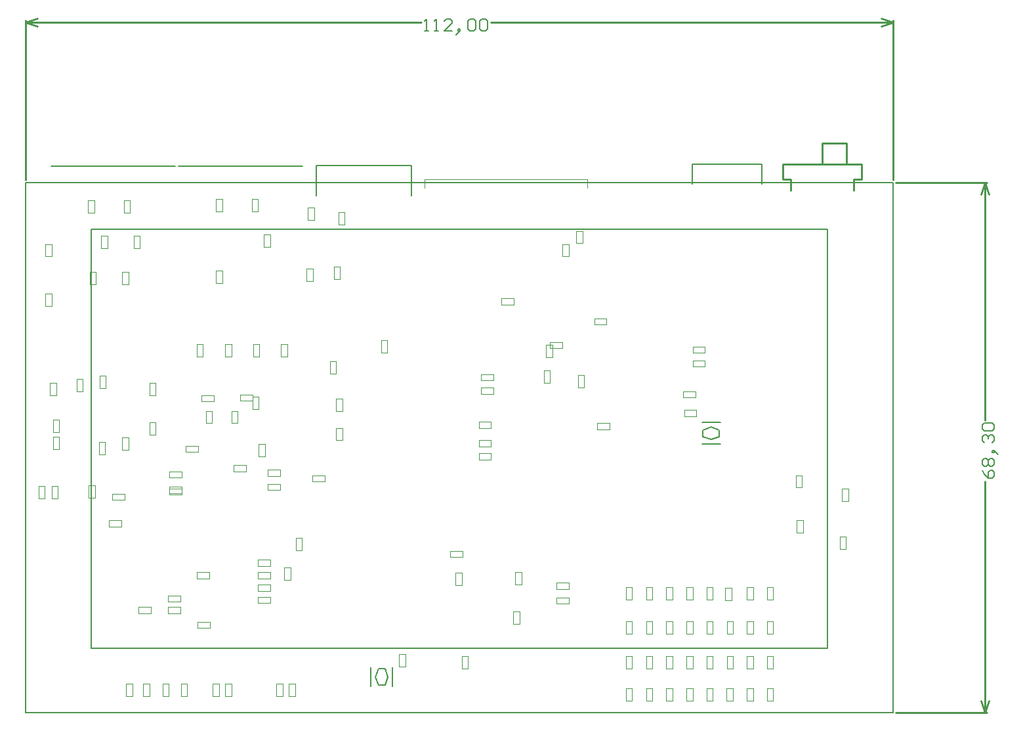
<source format=gm1>
G04 Layer_Color=16711935*
%FSLAX44Y44*%
%MOMM*%
G71*
G01*
G75*
%ADD52C,0.1500*%
%ADD56C,0.2000*%
%ADD62C,0.1000*%
%ADD65C,0.2540*%
%ADD180C,0.1524*%
D52*
X1385000Y677000D02*
Y1360000D01*
X265000D02*
X1385000D01*
X350000Y760000D02*
Y1300000D01*
X1300000Y760090D02*
Y1300090D01*
X350000Y760090D02*
X1300000D01*
X350000Y1300000D02*
X1300000D01*
X265000Y677000D02*
X1385000D01*
X265000Y677000D02*
Y1360000D01*
X298250Y1381000D02*
X458250D01*
X462750D02*
X622750D01*
X1125430Y1383910D02*
X1215430D01*
X1125430Y1358910D02*
Y1383910D01*
X1215430Y1358910D02*
Y1383910D01*
D56*
X1160600Y1033000D02*
Y1041000D01*
X1150000Y1029000D02*
X1160600Y1033000D01*
X1150000Y1045000D02*
X1160600Y1041000D01*
X1139400D02*
X1150000Y1045000D01*
X1139400Y1033000D02*
Y1041000D01*
X1138000Y1023000D02*
X1162000D01*
X1138000Y1051000D02*
X1162000D01*
X1139400Y1033000D02*
Y1041000D01*
X1150000Y1045000D01*
X1139400Y1033000D02*
X1150000Y1029000D01*
Y1045000D02*
X1160600Y1041000D01*
X1150000Y1029000D02*
X1160600Y1033000D01*
Y1041000D01*
X721000Y712400D02*
X729000D01*
X717000Y723000D02*
X721000Y712400D01*
X729000D02*
X733000Y723000D01*
X717000D02*
X721000Y733600D01*
X729000D02*
X733000Y723000D01*
X721000Y733600D02*
X729000D01*
X739000Y711000D02*
Y735000D01*
X711000Y711000D02*
Y735000D01*
X721000Y733600D02*
X729000D01*
X733000Y723000D01*
X729000Y712400D02*
X733000Y723000D01*
X717000D02*
X721000Y712400D01*
X729000D01*
D62*
X897300Y841800D02*
Y857800D01*
X905300Y841800D02*
Y857800D01*
X897300D02*
X905300D01*
X897300Y841800D02*
X905300D01*
X820100Y841600D02*
Y857600D01*
X828100Y841600D02*
Y857600D01*
X820100D02*
X828100D01*
X820100Y841600D02*
X828100D01*
X853000Y1105000D02*
Y1113000D01*
X869000Y1105000D02*
Y1113000D01*
X853000Y1105000D02*
X869000D01*
X853000Y1113000D02*
X869000D01*
X853000Y1088000D02*
Y1096000D01*
X869000Y1088000D02*
Y1096000D01*
X853000Y1088000D02*
X869000D01*
X853000Y1096000D02*
X869000D01*
X934000Y1118000D02*
X942000D01*
X934000Y1102000D02*
X942000D01*
X934000D02*
Y1118000D01*
X942000Y1102000D02*
Y1118000D01*
X966300Y836500D02*
Y844500D01*
X950300Y836500D02*
Y844500D01*
Y836500D02*
X966300D01*
X950300Y844500D02*
X966300D01*
X894800Y791400D02*
X902800D01*
X894800Y807400D02*
X902800D01*
Y791400D02*
Y807400D01*
X894800Y791400D02*
Y807400D01*
X836250Y733750D02*
Y749750D01*
X828250Y733750D02*
Y749750D01*
X836250D01*
X828250Y733750D02*
X836250D01*
X451000Y980000D02*
Y988000D01*
X467000Y980000D02*
Y988000D01*
X451000D02*
X467000D01*
X451000Y980000D02*
X467000D01*
X534000Y988000D02*
Y996000D01*
X550000Y988000D02*
Y996000D01*
X534000D02*
X550000D01*
X534000Y988000D02*
X550000D01*
X978000Y1112000D02*
X986000D01*
X978000Y1096000D02*
X986000D01*
X978000D02*
Y1112000D01*
X986000Y1096000D02*
Y1112000D01*
X663250Y1252000D02*
X671250D01*
X663250Y1236000D02*
X671250D01*
X663250D02*
Y1252000D01*
X671250Y1236000D02*
Y1252000D01*
X566000Y1023000D02*
X574000D01*
X566000Y1007000D02*
X574000D01*
X566000D02*
Y1023000D01*
X574000Y1007000D02*
Y1023000D01*
X666000Y1044000D02*
X674000D01*
X666000Y1028000D02*
X674000D01*
X666000D02*
Y1044000D01*
X674000Y1028000D02*
Y1044000D01*
X472000Y1013000D02*
Y1021000D01*
X488000Y1013000D02*
Y1021000D01*
X472000D02*
X488000D01*
X472000Y1013000D02*
X488000D01*
X492000Y1078000D02*
Y1086000D01*
X508000Y1078000D02*
Y1086000D01*
X492000Y1078000D02*
X508000D01*
X492000Y1086000D02*
X508000D01*
X498000Y1050000D02*
X506000D01*
X498000Y1066000D02*
X506000D01*
Y1050000D02*
Y1066000D01*
X498000Y1050000D02*
Y1066000D01*
X531000Y1050000D02*
X539000D01*
X531000Y1066000D02*
X539000D01*
Y1050000D02*
Y1066000D01*
X531000Y1050000D02*
Y1066000D01*
X466000Y698000D02*
Y714000D01*
X474000Y698000D02*
Y714000D01*
X466000D02*
X474000D01*
X466000Y698000D02*
X474000D01*
X442000Y698000D02*
Y714000D01*
X450000Y698000D02*
Y714000D01*
X442000D02*
X450000D01*
X442000Y698000D02*
X450000D01*
X417000Y714000D02*
X425000D01*
X417000Y698000D02*
X425000D01*
X417000D02*
Y714000D01*
X425000Y698000D02*
Y714000D01*
X395000D02*
X403000D01*
X395000Y698000D02*
X403000D01*
X395000D02*
Y714000D01*
X403000Y698000D02*
Y714000D01*
X628000Y1233500D02*
X636000D01*
X628000Y1249500D02*
X636000D01*
Y1233500D02*
Y1249500D01*
X628000Y1233500D02*
Y1249500D01*
X629434Y1311907D02*
X637434D01*
X629434Y1327907D02*
X637434D01*
Y1311907D02*
Y1327907D01*
X629434Y1311907D02*
Y1327907D01*
X999000Y1177000D02*
Y1185000D01*
X1015000Y1177000D02*
Y1185000D01*
X999000D02*
X1015000D01*
X999000Y1177000D02*
X1015000D01*
X937000Y1135000D02*
X945000D01*
X937000Y1151000D02*
X945000D01*
Y1135000D02*
Y1151000D01*
X937000Y1135000D02*
Y1151000D01*
X976000Y1282000D02*
X984000D01*
X976000Y1298000D02*
X984000D01*
Y1282000D02*
Y1298000D01*
X976000Y1282000D02*
Y1298000D01*
X724000Y1157000D02*
X732000D01*
X724000Y1141000D02*
X732000D01*
X724000D02*
Y1157000D01*
X732000Y1141000D02*
Y1157000D01*
X658000Y1114000D02*
X666000D01*
X658000Y1130000D02*
X666000D01*
Y1114000D02*
Y1130000D01*
X658000Y1114000D02*
Y1130000D01*
X558000Y1079000D02*
Y1087000D01*
X542000Y1079000D02*
Y1087000D01*
X558000D01*
X542000Y1079000D02*
X558000D01*
X300500Y1032250D02*
X308500D01*
X300500Y1016250D02*
X308500D01*
X300500D02*
Y1032250D01*
X308500Y1016250D02*
Y1032250D01*
X425000Y1051000D02*
X433000D01*
X425000Y1035000D02*
X433000D01*
Y1051000D01*
X425000Y1035000D02*
Y1051000D01*
X331000Y1091000D02*
X339000D01*
X331000Y1107000D02*
X339000D01*
Y1091000D02*
Y1107000D01*
X331000Y1091000D02*
Y1107000D01*
X348000Y1245000D02*
X356000D01*
X348000Y1229000D02*
X356000D01*
X348000D02*
Y1245000D01*
X356000Y1229000D02*
Y1245000D01*
X405000Y1292000D02*
X413000D01*
X405000Y1276000D02*
X413000D01*
X405000D02*
Y1292000D01*
X413000Y1276000D02*
Y1292000D01*
X390000Y1245000D02*
X398000D01*
X390000Y1229000D02*
X398000D01*
X390000D02*
Y1245000D01*
X398000Y1229000D02*
Y1245000D01*
X392000Y1337000D02*
X400000D01*
X392000Y1321000D02*
X400000D01*
X392000D02*
Y1337000D01*
X400000Y1321000D02*
Y1337000D01*
X361000Y1095000D02*
X369000D01*
X361000Y1111000D02*
X369000D01*
Y1095000D02*
Y1111000D01*
X361000Y1095000D02*
Y1111000D01*
X291000Y1201000D02*
X299000D01*
X291000Y1217000D02*
X299000D01*
Y1201000D02*
Y1217000D01*
X291000Y1201000D02*
Y1217000D01*
X360000Y1010000D02*
X368000D01*
X360000Y1026000D02*
X368000D01*
Y1010000D02*
Y1026000D01*
X360000Y1010000D02*
Y1026000D01*
X282000Y953000D02*
X290000D01*
X282000Y969000D02*
X290000D01*
Y953000D02*
Y969000D01*
X282000Y953000D02*
Y969000D01*
X299000Y953000D02*
X307000D01*
X299000Y969000D02*
X307000D01*
Y953000D02*
Y969000D01*
X299000Y953000D02*
Y969000D01*
X363000Y1276000D02*
X371000D01*
X363000Y1292000D02*
X371000D01*
Y1276000D02*
Y1292000D01*
X363000Y1276000D02*
Y1292000D01*
X291000Y1265000D02*
X299000D01*
X291000Y1281000D02*
X299000D01*
Y1265000D02*
Y1281000D01*
X291000Y1265000D02*
Y1281000D01*
X346000Y1321000D02*
X354000D01*
X346000Y1337000D02*
X354000D01*
Y1321000D02*
Y1337000D01*
X346000Y1321000D02*
Y1337000D01*
X297000Y1086000D02*
X305000D01*
X297000Y1102000D02*
X305000D01*
X297000Y1086000D02*
Y1102000D01*
X305000Y1086000D02*
Y1102000D01*
X425000Y1086000D02*
X433000D01*
X425000Y1102000D02*
X433000D01*
X425000Y1086000D02*
Y1102000D01*
X433000Y1086000D02*
Y1102000D01*
X300500Y1054500D02*
X308500D01*
X300500Y1038500D02*
X308500D01*
Y1054500D01*
X300500Y1038500D02*
Y1054500D01*
X347000Y954000D02*
X355000D01*
X347000Y970000D02*
X355000D01*
Y954000D02*
Y970000D01*
X347000Y954000D02*
Y970000D01*
X390000Y1016000D02*
X398000D01*
X390000Y1032000D02*
X398000D01*
Y1016000D02*
Y1032000D01*
X390000Y1016000D02*
Y1032000D01*
X425000Y1086000D02*
X433000D01*
X425000Y1102000D02*
X433000D01*
Y1086000D02*
Y1102000D01*
X425000Y1086000D02*
Y1102000D01*
X511000Y1323000D02*
X519000D01*
X511000Y1339000D02*
X519000D01*
Y1323000D02*
Y1339000D01*
X511000Y1323000D02*
Y1339000D01*
X557000Y1323000D02*
X565000D01*
X557000Y1339000D02*
X565000D01*
Y1323000D02*
Y1339000D01*
X557000Y1323000D02*
Y1339000D01*
X573000Y1293000D02*
X581000D01*
X573000Y1277000D02*
X581000D01*
X573000D02*
Y1293000D01*
X581000Y1277000D02*
Y1293000D01*
X511000Y1247000D02*
X519000D01*
X511000Y1231000D02*
X519000D01*
X511000D02*
Y1247000D01*
X519000Y1231000D02*
Y1247000D01*
X559000Y1136000D02*
X567000D01*
X559000Y1152000D02*
X567000D01*
Y1136000D02*
Y1152000D01*
X559000Y1136000D02*
Y1152000D01*
X523000Y1152000D02*
X531000D01*
X523000Y1136000D02*
X531000D01*
X523000D02*
Y1152000D01*
X531000Y1136000D02*
Y1152000D01*
X486000Y1136000D02*
X494000D01*
X486000Y1152000D02*
X494000D01*
Y1136000D02*
Y1152000D01*
X486000Y1136000D02*
Y1152000D01*
X595000Y1152000D02*
X603000D01*
X595000Y1136000D02*
X603000D01*
X595000D02*
Y1152000D01*
X603000Y1136000D02*
Y1152000D01*
X879000Y1203000D02*
Y1211000D01*
X895000Y1203000D02*
Y1211000D01*
X879000Y1203000D02*
X895000D01*
X879000Y1211000D02*
X895000D01*
X958000Y1281000D02*
X966000D01*
X958000Y1265000D02*
X966000D01*
X958000D02*
Y1281000D01*
X966000Y1265000D02*
Y1281000D01*
X669000Y1306000D02*
X677000D01*
X669000Y1322000D02*
X677000D01*
Y1306000D02*
Y1322000D01*
X669000Y1306000D02*
Y1322000D01*
X666000Y1066000D02*
X674000D01*
X666000Y1082000D02*
X674000D01*
Y1066000D02*
Y1082000D01*
X666000Y1066000D02*
Y1082000D01*
X558000Y1084000D02*
X566000D01*
X558000Y1068000D02*
X566000D01*
Y1084000D01*
X558000Y1068000D02*
Y1084000D01*
X565000Y874000D02*
X581000D01*
X565000Y866000D02*
X581000D01*
Y874000D01*
X565000Y866000D02*
Y874000D01*
Y858000D02*
X581000D01*
X565000Y850000D02*
X581000D01*
Y858000D01*
X565000Y850000D02*
Y858000D01*
Y842000D02*
X581000D01*
X565000Y834000D02*
X581000D01*
Y842000D01*
X565000Y834000D02*
Y842000D01*
Y826000D02*
X581000D01*
X565000Y818000D02*
X581000D01*
Y826000D01*
X565000Y818000D02*
Y826000D01*
X377000Y959000D02*
X393000D01*
X377000Y951000D02*
X393000D01*
Y959000D01*
X377000Y951000D02*
Y959000D01*
X373000Y925000D02*
X389000D01*
X373000Y917000D02*
X389000D01*
Y925000D01*
X373000Y917000D02*
Y925000D01*
X487000Y786000D02*
X503000D01*
X487000Y794000D02*
X503000D01*
X487000Y786000D02*
Y794000D01*
X503000Y786000D02*
Y794000D01*
X486000Y858000D02*
X502000D01*
X486000Y850000D02*
X502000D01*
X486000D02*
Y858000D01*
X502000Y850000D02*
Y858000D01*
X451000Y966000D02*
X467000D01*
X451000Y958000D02*
X467000D01*
X451000D02*
Y966000D01*
X467000Y958000D02*
Y966000D01*
X451000Y968000D02*
X467000D01*
X451000Y960000D02*
X467000D01*
Y968000D01*
X451000Y960000D02*
Y968000D01*
X578000Y990000D02*
X594000D01*
X578000Y982000D02*
X594000D01*
X578000D02*
Y990000D01*
X594000Y982000D02*
Y990000D01*
X578000Y972000D02*
X594000D01*
X578000Y964000D02*
X594000D01*
X578000D02*
Y972000D01*
X594000Y964000D02*
Y972000D01*
X449000Y813000D02*
X465000D01*
X449000Y805000D02*
X465000D01*
X449000D02*
Y813000D01*
X465000Y805000D02*
Y813000D01*
X449000Y805000D02*
X465000D01*
X449000Y813000D02*
X465000D01*
X449000Y805000D02*
Y813000D01*
X465000Y805000D02*
Y813000D01*
X411000Y805000D02*
X427000D01*
X411000Y813000D02*
X427000D01*
X411000Y805000D02*
Y813000D01*
X427000Y805000D02*
Y813000D01*
X449000Y820000D02*
X465000D01*
X449000Y828000D02*
X465000D01*
X449000Y820000D02*
Y828000D01*
X465000Y820000D02*
Y828000D01*
X614000Y886000D02*
Y902000D01*
X622000Y886000D02*
Y902000D01*
X614000Y886000D02*
X622000D01*
X614000Y902000D02*
X622000D01*
X599000Y848000D02*
Y864000D01*
X607000Y848000D02*
Y864000D01*
X599000D02*
X607000D01*
X599000Y848000D02*
X607000D01*
X578000Y982000D02*
X594000D01*
X578000Y990000D02*
X594000D01*
X578000Y982000D02*
Y990000D01*
X594000Y982000D02*
Y990000D01*
X578000Y964000D02*
X594000D01*
X578000Y972000D02*
X594000D01*
X578000Y964000D02*
Y972000D01*
X594000Y964000D02*
Y972000D01*
X1003000Y1042000D02*
Y1050000D01*
X1019000Y1042000D02*
Y1050000D01*
X1003000Y1042000D02*
X1019000D01*
X1003000Y1050000D02*
X1019000D01*
X957750Y1146500D02*
Y1154500D01*
X941750Y1146500D02*
Y1154500D01*
Y1146500D02*
X957750D01*
X941750Y1154500D02*
X957750D01*
X1142000Y1123000D02*
Y1131000D01*
X1126000Y1123000D02*
Y1131000D01*
X1142000D01*
X1126000Y1123000D02*
X1142000D01*
Y1141000D02*
Y1149000D01*
X1126000Y1141000D02*
Y1149000D01*
X1142000D01*
X1126000Y1141000D02*
X1142000D01*
X1230000Y734000D02*
Y750000D01*
X1222000Y734000D02*
Y750000D01*
Y734000D02*
X1230000D01*
X1222000Y750000D02*
X1230000D01*
X1221973Y692000D02*
Y708000D01*
X1229974Y692000D02*
Y708000D01*
X1221973D02*
X1229974D01*
X1221973Y692000D02*
X1229974D01*
X1204000Y823000D02*
Y839000D01*
X1196000Y823000D02*
Y839000D01*
Y823000D02*
X1204000D01*
X1196000Y839000D02*
X1204000D01*
X1195973Y692000D02*
Y708000D01*
X1203973Y692000D02*
Y708000D01*
X1195973D02*
X1203973D01*
X1195973Y692000D02*
X1203973D01*
X1178000Y734000D02*
Y750000D01*
X1170000Y734000D02*
Y750000D01*
Y734000D02*
X1178000D01*
X1170000Y750000D02*
X1178000D01*
X1169973Y692000D02*
Y708000D01*
X1177973Y692000D02*
Y708000D01*
X1169973D02*
X1177973D01*
X1169973Y692000D02*
X1177973D01*
X1152000Y734000D02*
Y750000D01*
X1144000Y734000D02*
Y750000D01*
Y734000D02*
X1152000D01*
X1144000Y750000D02*
X1152000D01*
X1143973Y692000D02*
Y708000D01*
X1151973Y692000D02*
Y708000D01*
X1143973D02*
X1151973D01*
X1143973Y692000D02*
X1151973D01*
X1126000Y734000D02*
Y750000D01*
X1118000Y734000D02*
Y750000D01*
Y734000D02*
X1126000D01*
X1118000Y750000D02*
X1126000D01*
X1126000Y779000D02*
Y795000D01*
X1118000Y779000D02*
Y795000D01*
Y779000D02*
X1126000D01*
X1118000Y795000D02*
X1126000D01*
X1100000Y734000D02*
Y750000D01*
X1092000Y734000D02*
Y750000D01*
Y734000D02*
X1100000D01*
X1092000Y750000D02*
X1100000D01*
X1092000Y692000D02*
Y708000D01*
X1100000Y692000D02*
Y708000D01*
X1092000D02*
X1100000D01*
X1092000Y692000D02*
X1100000D01*
X1073973Y734000D02*
Y750000D01*
X1065973Y734000D02*
Y750000D01*
Y734000D02*
X1073973D01*
X1065973Y750000D02*
X1073973D01*
X1066000Y692072D02*
Y708072D01*
X1074000Y692072D02*
Y708072D01*
X1066000D02*
X1074000D01*
X1066000Y692072D02*
X1074000D01*
X1048000Y823000D02*
Y839000D01*
X1040000Y823000D02*
Y839000D01*
Y823000D02*
X1048000D01*
X1040000Y839000D02*
X1048000D01*
X1039974Y692000D02*
Y708000D01*
X1047973Y692000D02*
Y708000D01*
X1039974D02*
X1047973D01*
X1039974Y692000D02*
X1047973D01*
X1222000Y823000D02*
Y839000D01*
X1230000Y823000D02*
Y839000D01*
X1222000D02*
X1230000D01*
X1222000Y823000D02*
X1230000D01*
X1222000Y779000D02*
Y795000D01*
X1230000Y779000D02*
Y795000D01*
X1222000D02*
X1230000D01*
X1222000Y779000D02*
X1230000D01*
X1196000Y734000D02*
Y750000D01*
X1204000Y734000D02*
Y750000D01*
X1196000D02*
X1204000D01*
X1196000Y734000D02*
X1204000D01*
X1196000Y779000D02*
Y795000D01*
X1204000Y779000D02*
Y795000D01*
X1196000D02*
X1204000D01*
X1196000Y779000D02*
X1204000D01*
X1168000Y822000D02*
Y838000D01*
X1176000Y822000D02*
Y838000D01*
X1168000D02*
X1176000D01*
X1168000Y822000D02*
X1176000D01*
X1170000Y779000D02*
Y795000D01*
X1178000Y779000D02*
Y795000D01*
X1170000D02*
X1178000D01*
X1170000Y779000D02*
X1178000D01*
X1144000Y823000D02*
Y839000D01*
X1152000Y823000D02*
Y839000D01*
X1144000D02*
X1152000D01*
X1144000Y823000D02*
X1152000D01*
X1144000Y779000D02*
Y795000D01*
X1152000Y779000D02*
Y795000D01*
X1144000D02*
X1152000D01*
X1144000Y779000D02*
X1152000D01*
X1118000Y823000D02*
Y839000D01*
X1126000Y823000D02*
Y839000D01*
X1118000D02*
X1126000D01*
X1118000Y823000D02*
X1126000D01*
X1126000Y692000D02*
Y708000D01*
X1118000Y692000D02*
Y708000D01*
Y692000D02*
X1126000D01*
X1118000Y708000D02*
X1126000D01*
X1092000Y823000D02*
Y839000D01*
X1100000Y823000D02*
Y839000D01*
X1092000D02*
X1100000D01*
X1092000Y823000D02*
X1100000D01*
X1092000Y779000D02*
Y795000D01*
X1100000Y779000D02*
Y795000D01*
X1092000D02*
X1100000D01*
X1092000Y779000D02*
X1100000D01*
X1066000Y823000D02*
Y839000D01*
X1074000Y823000D02*
Y839000D01*
X1066000D02*
X1074000D01*
X1066000Y823000D02*
X1074000D01*
X1066000Y779000D02*
Y795000D01*
X1074000Y779000D02*
Y795000D01*
X1066000D02*
X1074000D01*
X1066000Y779000D02*
X1074000D01*
X1040000Y734000D02*
Y750000D01*
X1048000Y734000D02*
Y750000D01*
X1040000D02*
X1048000D01*
X1040000Y734000D02*
X1048000D01*
X1040000Y779000D02*
Y795000D01*
X1048000Y779000D02*
Y795000D01*
X1040000D02*
X1048000D01*
X1040000Y779000D02*
X1048000D01*
X850000Y1011000D02*
X866000D01*
X850000Y1003000D02*
X866000D01*
Y1011000D01*
X850000Y1003000D02*
Y1011000D01*
Y1028000D02*
X866000D01*
X850000Y1020000D02*
X866000D01*
Y1028000D01*
X850000Y1020000D02*
Y1028000D01*
Y1052000D02*
X866000D01*
X850000Y1044000D02*
X866000D01*
Y1052000D01*
X850000Y1044000D02*
Y1052000D01*
X950100Y817500D02*
X966100D01*
X950100Y825500D02*
X966100D01*
Y817500D02*
Y825500D01*
X950100Y817500D02*
Y825500D01*
X813450Y877550D02*
X829450D01*
X813450Y885550D02*
X829450D01*
X813450Y877550D02*
Y885550D01*
X829450Y877550D02*
Y885550D01*
X1115000Y1059000D02*
Y1067000D01*
X1131000Y1059000D02*
Y1067000D01*
X1115000Y1059000D02*
X1131000D01*
X1115000Y1067000D02*
X1131000D01*
X1114000Y1083000D02*
Y1091000D01*
X1130000Y1083000D02*
Y1091000D01*
X1114000Y1083000D02*
X1130000D01*
X1114000Y1091000D02*
X1130000D01*
X779750Y1364500D02*
X989750D01*
Y1353320D02*
Y1364500D01*
X779750Y1353320D02*
Y1364500D01*
X635000Y982750D02*
X651000D01*
X635000Y974750D02*
X651000D01*
X635000D02*
Y982750D01*
X651000Y974750D02*
Y982750D01*
X747250Y736500D02*
Y752500D01*
X755250Y736500D02*
Y752500D01*
X747250D02*
X755250D01*
X747250Y736500D02*
X755250D01*
X1268250Y909000D02*
Y925000D01*
X1260250Y909000D02*
Y925000D01*
Y909000D02*
X1268250D01*
X1260250Y925000D02*
X1268250D01*
X1326750Y950000D02*
Y966000D01*
X1318750Y950000D02*
Y966000D01*
X1326750D01*
X1318750Y950000D02*
X1326750D01*
X1259250Y967000D02*
Y983000D01*
X1267250Y967000D02*
Y983000D01*
X1259250Y967000D02*
X1267250D01*
X1259250Y983000D02*
X1267250D01*
X1315750Y887500D02*
Y903500D01*
X1323750Y887500D02*
Y903500D01*
X1315750Y887500D02*
X1323750D01*
X1315750Y903500D02*
X1323750D01*
X523000Y698000D02*
X531000D01*
X523000Y714000D02*
X531000D01*
Y698000D02*
Y714000D01*
X523000Y698000D02*
Y714000D01*
X507000Y698000D02*
X515000D01*
X507000Y714000D02*
X515000D01*
Y698000D02*
Y714000D01*
X507000Y698000D02*
Y714000D01*
X589000Y698000D02*
X597000D01*
X589000Y714000D02*
X597000D01*
Y698000D02*
Y714000D01*
X589000Y698000D02*
Y714000D01*
X605000Y698000D02*
X613000D01*
X605000Y714000D02*
X613000D01*
Y698000D02*
Y714000D01*
X605000Y698000D02*
Y714000D01*
D65*
X1385000Y1363290D02*
Y1569790D01*
X265000Y1363290D02*
Y1569790D01*
X865627Y1567250D02*
X1385000D01*
X265000D02*
X776245D01*
X1369760Y1572330D02*
X1385000Y1567250D01*
X1369760Y1562170D02*
X1385000Y1567250D01*
X265000D02*
X280240Y1562170D01*
X265000Y1567250D02*
X280240Y1572330D01*
X1388290Y677000D02*
X1505790D01*
X1388290Y1360000D02*
X1505790D01*
X1503250Y677000D02*
Y974824D01*
Y1054048D02*
Y1360000D01*
Y677000D02*
X1508330Y692240D01*
X1498170D02*
X1503250Y677000D01*
X1498170Y1344760D02*
X1503250Y1360000D01*
X1508330Y1344760D01*
X1293030Y1384090D02*
Y1410760D01*
X1324780D01*
Y1384110D02*
Y1410760D01*
X1242230Y1384110D02*
X1343830D01*
X1242230Y1364110D02*
Y1384110D01*
X1343830Y1364110D02*
Y1384110D01*
X1242230Y1364110D02*
X1252110D01*
X1333950D02*
X1343830D01*
X1252110Y1350420D02*
Y1364110D01*
X1333950Y1350420D02*
Y1364110D01*
D180*
X640082Y1382066D02*
X763018D01*
Y1342958D02*
Y1382066D01*
X640082Y1342958D02*
Y1382066D01*
X780309Y1555569D02*
X785387D01*
X782848D01*
Y1570804D01*
X780309Y1568265D01*
X793005Y1555569D02*
X798083D01*
X795544D01*
Y1570804D01*
X793005Y1568265D01*
X815858Y1555569D02*
X805701D01*
X815858Y1565726D01*
Y1568265D01*
X813318Y1570804D01*
X808240D01*
X805701Y1568265D01*
X823475Y1553030D02*
X826014Y1555569D01*
Y1558109D01*
X823475D01*
Y1555569D01*
X826014D01*
X823475Y1553030D01*
X820936Y1550491D01*
X836171Y1568265D02*
X838710Y1570804D01*
X843789D01*
X846328Y1568265D01*
Y1558109D01*
X843789Y1555569D01*
X838710D01*
X836171Y1558109D01*
Y1568265D01*
X851406D02*
X853945Y1570804D01*
X859024D01*
X861563Y1568265D01*
Y1558109D01*
X859024Y1555569D01*
X853945D01*
X851406Y1558109D01*
Y1568265D01*
X1499696Y989044D02*
X1502235Y983966D01*
X1507313Y978887D01*
X1512392D01*
X1514931Y981427D01*
Y986505D01*
X1512392Y989044D01*
X1509852D01*
X1507313Y986505D01*
Y978887D01*
X1502235Y994122D02*
X1499696Y996662D01*
Y1001740D01*
X1502235Y1004279D01*
X1504774D01*
X1507313Y1001740D01*
X1509852Y1004279D01*
X1512392D01*
X1514931Y1001740D01*
Y996662D01*
X1512392Y994122D01*
X1509852D01*
X1507313Y996662D01*
X1504774Y994122D01*
X1502235D01*
X1507313Y996662D02*
Y1001740D01*
X1517470Y1011897D02*
X1514931Y1014436D01*
X1512392D01*
Y1011897D01*
X1514931D01*
Y1014436D01*
X1517470Y1011897D01*
X1520009Y1009358D01*
X1502235Y1024593D02*
X1499696Y1027132D01*
Y1032210D01*
X1502235Y1034749D01*
X1504774D01*
X1507313Y1032210D01*
Y1029671D01*
Y1032210D01*
X1509852Y1034749D01*
X1512392D01*
X1514931Y1032210D01*
Y1027132D01*
X1512392Y1024593D01*
X1502235Y1039828D02*
X1499696Y1042367D01*
Y1047445D01*
X1502235Y1049985D01*
X1512392D01*
X1514931Y1047445D01*
Y1042367D01*
X1512392Y1039828D01*
X1502235D01*
M02*

</source>
